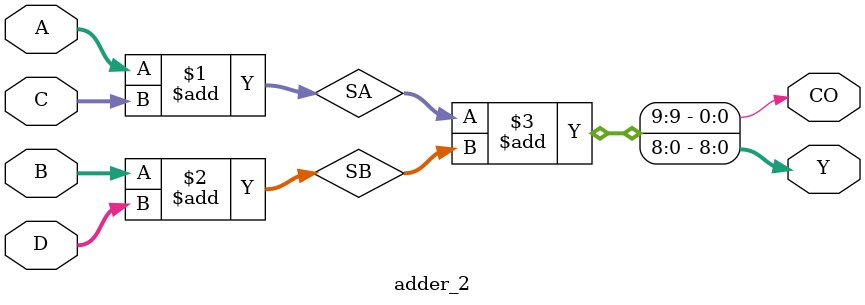
<source format=v>
module adder_2(A,B,C,D,Y,CO);
input [7:0] A,B,C,D;
output [8:0] Y;
output CO;

wire [8:0] SA,SB;
assign SA=A+C;
assign SB=B+D;
assign {CO,Y}=SA+SB;



endmodule

</source>
